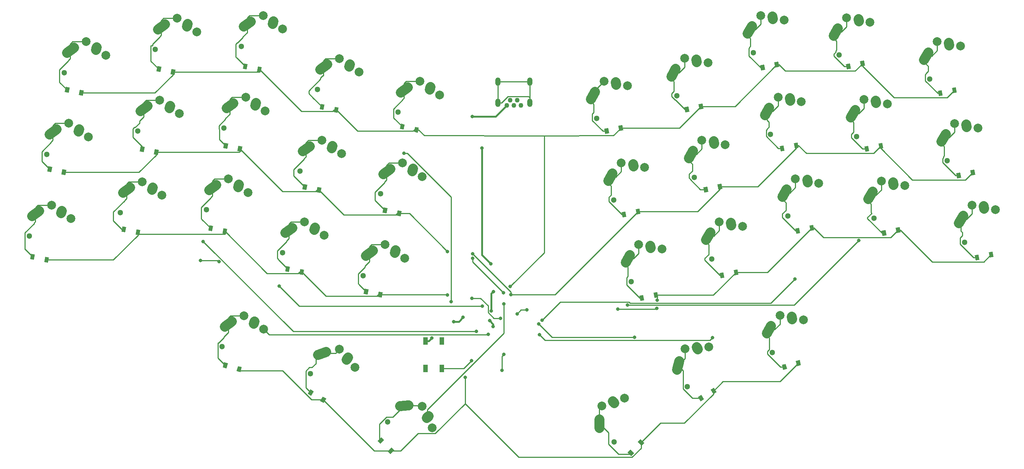
<source format=gbr>
G04 #@! TF.GenerationSoftware,KiCad,Pcbnew,5.1.5*
G04 #@! TF.CreationDate,2020-02-23T20:52:15-06:00*
G04 #@! TF.ProjectId,m'ergo,6d276572-676f-42e6-9b69-6361645f7063,rev?*
G04 #@! TF.SameCoordinates,Original*
G04 #@! TF.FileFunction,Copper,L2,Bot*
G04 #@! TF.FilePolarity,Positive*
%FSLAX46Y46*%
G04 Gerber Fmt 4.6, Leading zero omitted, Abs format (unit mm)*
G04 Created by KiCad (PCBNEW 5.1.5) date 2020-02-23 20:52:15*
%MOMM*%
%LPD*%
G04 APERTURE LIST*
%ADD10C,1.300000*%
%ADD11C,2.250000*%
%ADD12C,2.000000*%
%ADD13C,0.100000*%
%ADD14O,1.200000X1.900000*%
%ADD15C,1.100000*%
%ADD16R,1.100000X1.800000*%
%ADD17C,0.800000*%
%ADD18C,0.381000*%
%ADD19C,0.250000*%
G04 APERTURE END LIST*
D10*
X59252855Y-27002967D03*
D11*
X59836687Y-22447816D02*
X61421605Y-21292074D01*
X66427957Y-21788829D02*
X66587231Y-21229693D01*
D12*
X68710202Y-23050899D03*
X64256079Y-19957229D03*
D10*
X96256455Y-36166667D03*
D11*
X96840287Y-31611516D02*
X98425205Y-30455774D01*
X103431557Y-30952529D02*
X103590831Y-30393393D01*
D12*
X105713802Y-32214599D03*
X101259679Y-29120929D03*
D10*
X239836408Y-52399725D03*
D11*
X238517018Y-48000921D02*
X239494830Y-46300455D01*
X244270409Y-44717996D02*
X244188493Y-44142418D01*
D12*
X246868674Y-44942682D03*
X241541321Y-43928129D03*
D10*
X199587408Y-46413325D03*
D11*
X198268018Y-42014521D02*
X199245830Y-40314055D01*
X204021409Y-38731596D02*
X203939493Y-38156018D01*
D12*
X206619674Y-38956282D03*
X201292321Y-37941729D03*
D10*
X114625455Y-41369567D03*
D11*
X115209287Y-36814416D02*
X116794205Y-35658674D01*
X121800557Y-36155429D02*
X121959831Y-35596293D01*
D12*
X124082802Y-37417499D03*
X119628679Y-34323829D03*
G04 #@! TA.AperFunction,SMDPad,CuDef*
D13*
G36*
X209320363Y-67048497D02*
G01*
X209569857Y-68222274D01*
X208689525Y-68409395D01*
X208440031Y-67235618D01*
X209320363Y-67048497D01*
G37*
G04 #@! TD.AperFunction*
G04 #@! TA.AperFunction,SMDPad,CuDef*
G36*
X206092475Y-67734605D02*
G01*
X206341969Y-68908382D01*
X205461637Y-69095503D01*
X205212143Y-67921726D01*
X206092475Y-67734605D01*
G37*
G04 #@! TD.AperFunction*
D10*
X55292055Y-45636667D03*
D11*
X55875887Y-41081516D02*
X57460805Y-39925774D01*
X62467157Y-40422529D02*
X62626431Y-39863393D01*
D12*
X64749402Y-41684599D03*
X60295279Y-38590929D03*
D10*
X167810408Y-80043925D03*
D11*
X166491018Y-75645121D02*
X167468830Y-73944655D01*
X172244409Y-72362196D02*
X172162493Y-71786618D01*
D12*
X174842674Y-72586882D03*
X169515321Y-71572329D03*
D14*
X137366000Y-39230300D03*
X144666000Y-39230300D03*
D15*
X142616000Y-39830300D03*
X141816000Y-38630300D03*
X141016000Y-39830300D03*
X140216000Y-38630300D03*
X139416000Y-39830300D03*
D14*
X144666000Y-34410300D03*
X137366000Y-34410300D03*
D10*
X163904430Y-116580519D03*
D11*
X160562403Y-113430739D02*
X160558979Y-111469185D01*
X163903523Y-107710946D02*
X163544791Y-107253440D01*
D12*
X166266028Y-106606397D03*
X161145129Y-108391446D03*
D10*
X200014408Y-96236025D03*
D11*
X198695018Y-91837221D02*
X199672830Y-90136755D01*
X204448409Y-88554296D02*
X204366493Y-87978718D01*
D12*
X207046674Y-88778982D03*
X201719321Y-87764429D03*
D10*
X180629247Y-103993259D03*
D11*
X178216321Y-100085824D02*
X178720701Y-98190224D01*
X182923986Y-95425674D02*
X182695890Y-94890910D01*
D12*
X185491869Y-94970224D03*
X180083456Y-95369062D03*
D10*
X74533855Y-94831367D03*
D11*
X75117687Y-90276216D02*
X76702605Y-89120474D01*
X81708957Y-89617229D02*
X81868231Y-89058093D01*
D12*
X83991202Y-90879299D03*
X79537079Y-87785629D03*
D10*
X112297083Y-112055621D03*
D11*
X115080272Y-108402660D02*
X117030722Y-108194218D01*
X121117973Y-111127596D02*
X121535475Y-110723008D01*
D12*
X122463420Y-113361703D03*
X120152871Y-108455446D03*
D10*
X94619430Y-100989792D03*
D11*
X96362328Y-96740961D02*
X98192368Y-96034807D01*
X102899564Y-97810374D02*
X103198126Y-97311514D01*
D12*
X104777396Y-99620129D03*
X101275744Y-95479062D03*
D10*
X243797408Y-71033425D03*
D11*
X242478018Y-66634621D02*
X243455830Y-64934155D01*
X248231409Y-63351696D02*
X248149493Y-62776118D01*
D12*
X250829674Y-63576382D03*
X245502321Y-62561829D03*
D10*
X235875408Y-33766025D03*
D11*
X234556018Y-29367221D02*
X235533830Y-27666755D01*
X240309409Y-26084296D02*
X240227493Y-25508718D01*
D12*
X242907674Y-26308982D03*
X237580321Y-25294429D03*
D10*
X223162408Y-65577925D03*
D11*
X221843018Y-61179121D02*
X222820830Y-59478655D01*
X227596409Y-57896196D02*
X227514493Y-57320618D01*
D12*
X230194674Y-58120882D03*
X224867321Y-57106329D03*
D10*
X219201408Y-46944225D03*
D11*
X217882018Y-42545421D02*
X218859830Y-40844955D01*
X223635409Y-39262496D02*
X223553493Y-38686918D01*
D12*
X226233674Y-39487182D03*
X220906321Y-38472629D03*
D10*
X215240408Y-28310525D03*
D11*
X213921018Y-23911721D02*
X214898830Y-22211255D01*
X219674409Y-20628796D02*
X219592493Y-20053218D01*
D12*
X222272674Y-20853482D03*
X216945321Y-19838929D03*
D10*
X203547408Y-65047025D03*
D11*
X202228018Y-60648221D02*
X203205830Y-58947755D01*
X207981409Y-57365296D02*
X207899493Y-56789718D01*
D12*
X210579674Y-57589982D03*
X205252321Y-56575429D03*
D10*
X195626408Y-27779625D03*
D11*
X194307018Y-23380821D02*
X195284830Y-21680355D01*
X200060409Y-20097896D02*
X199978493Y-19522318D01*
D12*
X202658674Y-20322582D03*
X197331321Y-19308029D03*
D10*
X186179408Y-74841025D03*
D11*
X184860018Y-70442221D02*
X185837830Y-68741755D01*
X190613409Y-67159296D02*
X190531493Y-66583718D01*
D12*
X193211674Y-67383982D03*
X187884321Y-66369429D03*
D10*
X182219408Y-56207325D03*
D11*
X180900018Y-51808521D02*
X181877830Y-50108055D01*
X186653409Y-48525596D02*
X186571493Y-47950018D01*
D12*
X189251674Y-48750282D03*
X183924321Y-47735729D03*
D10*
X178258408Y-37573625D03*
D11*
X176939018Y-33174821D02*
X177916830Y-31474355D01*
X182692409Y-29891896D02*
X182610493Y-29316318D01*
D12*
X185290674Y-30116582D03*
X179963321Y-29102029D03*
D10*
X163849408Y-61410225D03*
D11*
X162530018Y-57011421D02*
X163507830Y-55310955D01*
X168283409Y-53728496D02*
X168201493Y-53152918D01*
D12*
X170881674Y-53953182D03*
X165554321Y-52938629D03*
D10*
X159888408Y-42776525D03*
D11*
X158569018Y-38377721D02*
X159546830Y-36677255D01*
X164322409Y-35094796D02*
X164240493Y-34519218D01*
D12*
X166920674Y-35319482D03*
X161593321Y-34304929D03*
D10*
X106704455Y-78637067D03*
D11*
X107288287Y-74081916D02*
X108873205Y-72926174D01*
X113879557Y-73422929D02*
X114038831Y-72863793D01*
D12*
X116161802Y-74684999D03*
X111707679Y-71591329D03*
D10*
X110665455Y-60003367D03*
D11*
X111249287Y-55448216D02*
X112834205Y-54292474D01*
X117840557Y-54789229D02*
X117999831Y-54230093D01*
D12*
X120122802Y-56051299D03*
X115668679Y-52957629D03*
D10*
X88334755Y-73434067D03*
D11*
X88918587Y-68878916D02*
X90503505Y-67723174D01*
X95509857Y-68219929D02*
X95669131Y-67660793D01*
D12*
X97792102Y-69481999D03*
X93337979Y-66388329D03*
D10*
X92295455Y-54800367D03*
D11*
X92879287Y-50245216D02*
X94464205Y-49089474D01*
X99470557Y-49586229D02*
X99629831Y-49027093D01*
D12*
X101752802Y-50848299D03*
X97298679Y-47754629D03*
D10*
X70942055Y-63634767D03*
D11*
X71525887Y-59079616D02*
X73110805Y-57923874D01*
X78117157Y-58420629D02*
X78276431Y-57861493D01*
D12*
X80399402Y-59682699D03*
X75945279Y-56589029D03*
D10*
X74902755Y-45001067D03*
D11*
X75486587Y-40445916D02*
X77071505Y-39290174D01*
X82077857Y-39786929D02*
X82237131Y-39227793D01*
D12*
X84360102Y-41048999D03*
X79905979Y-37955329D03*
D10*
X78863455Y-26367367D03*
D11*
X79447287Y-21812216D02*
X81032205Y-20656474D01*
X86038557Y-21153229D02*
X86197831Y-20594093D01*
D12*
X88320802Y-22415299D03*
X83866679Y-19321629D03*
D10*
X51331355Y-64270367D03*
D11*
X51915187Y-59715216D02*
X53500105Y-58559474D01*
X58506457Y-59056229D02*
X58665731Y-58497093D01*
D12*
X60788702Y-60318299D03*
X56334579Y-57224629D03*
D10*
X30593055Y-69600167D03*
D11*
X31176887Y-65045016D02*
X32761805Y-63889274D01*
X37768157Y-64386029D02*
X37927431Y-63826893D01*
D12*
X40050402Y-65648099D03*
X35596279Y-62554429D03*
D10*
X34553755Y-50966367D03*
D11*
X35137587Y-46411216D02*
X36722505Y-45255474D01*
X41728857Y-45752229D02*
X41888131Y-45193093D01*
D12*
X44011102Y-47014299D03*
X39556979Y-43920629D03*
D10*
X38514555Y-32332667D03*
D11*
X39098387Y-27777516D02*
X40683305Y-26621774D01*
X45689657Y-27118529D02*
X45848931Y-26559393D01*
D12*
X47971902Y-28380599D03*
X43517779Y-25286929D03*
G04 #@! TA.AperFunction,SMDPad,CuDef*
D13*
G36*
X169946660Y-115970812D02*
G01*
X170795188Y-116819340D01*
X170158792Y-117455736D01*
X169310264Y-116607208D01*
X169946660Y-115970812D01*
G37*
G04 #@! TD.AperFunction*
G04 #@! TA.AperFunction,SMDPad,CuDef*
G36*
X167613208Y-118304264D02*
G01*
X168461736Y-119152792D01*
X167825340Y-119789188D01*
X166976812Y-118940660D01*
X167613208Y-118304264D01*
G37*
G04 #@! TD.AperFunction*
G04 #@! TA.AperFunction,SMDPad,CuDef*
G36*
X206216153Y-97936925D02*
G01*
X206526736Y-99096036D01*
X205657403Y-99328973D01*
X205346820Y-98169862D01*
X206216153Y-97936925D01*
G37*
G04 #@! TD.AperFunction*
G04 #@! TA.AperFunction,SMDPad,CuDef*
G36*
X203028597Y-98791027D02*
G01*
X203339180Y-99950138D01*
X202469847Y-100183075D01*
X202159264Y-99023964D01*
X203028597Y-98791027D01*
G37*
G04 #@! TD.AperFunction*
G04 #@! TA.AperFunction,SMDPad,CuDef*
G36*
X186684653Y-104221385D02*
G01*
X187284653Y-105260615D01*
X186505231Y-105710615D01*
X185905231Y-104671385D01*
X186684653Y-104221385D01*
G37*
G04 #@! TD.AperFunction*
G04 #@! TA.AperFunction,SMDPad,CuDef*
G36*
X183826769Y-105871385D02*
G01*
X184426769Y-106910615D01*
X183647347Y-107360615D01*
X183047347Y-106321385D01*
X183826769Y-105871385D01*
G37*
G04 #@! TD.AperFunction*
D16*
X120895500Y-99810500D03*
X124595500Y-93610500D03*
X124595500Y-99810500D03*
X120895500Y-93610500D03*
G04 #@! TA.AperFunction,SMDPad,CuDef*
D13*
G36*
X75831180Y-98677862D02*
G01*
X75520597Y-99836973D01*
X74651264Y-99604036D01*
X74961847Y-98444925D01*
X75831180Y-98677862D01*
G37*
G04 #@! TD.AperFunction*
G04 #@! TA.AperFunction,SMDPad,CuDef*
G36*
X79018736Y-99531964D02*
G01*
X78708153Y-100691075D01*
X77838820Y-100458138D01*
X78149403Y-99299027D01*
X79018736Y-99531964D01*
G37*
G04 #@! TD.AperFunction*
G04 #@! TA.AperFunction,SMDPad,CuDef*
G36*
X113772188Y-118511660D02*
G01*
X112923660Y-119360188D01*
X112287264Y-118723792D01*
X113135792Y-117875264D01*
X113772188Y-118511660D01*
G37*
G04 #@! TD.AperFunction*
G04 #@! TA.AperFunction,SMDPad,CuDef*
G36*
X111438736Y-116178208D02*
G01*
X110590208Y-117026736D01*
X109953812Y-116390340D01*
X110802340Y-115541812D01*
X111438736Y-116178208D01*
G37*
G04 #@! TD.AperFunction*
G04 #@! TA.AperFunction,SMDPad,CuDef*
G36*
X98257653Y-106702385D02*
G01*
X97657653Y-107741615D01*
X96878231Y-107291615D01*
X97478231Y-106252385D01*
X98257653Y-106702385D01*
G37*
G04 #@! TD.AperFunction*
G04 #@! TA.AperFunction,SMDPad,CuDef*
G36*
X95399769Y-105052385D02*
G01*
X94799769Y-106091615D01*
X94020347Y-105641615D01*
X94620347Y-104602385D01*
X95399769Y-105052385D01*
G37*
G04 #@! TD.AperFunction*
G04 #@! TA.AperFunction,SMDPad,CuDef*
G36*
X250214363Y-73144497D02*
G01*
X250463857Y-74318274D01*
X249583525Y-74505395D01*
X249334031Y-73331618D01*
X250214363Y-73144497D01*
G37*
G04 #@! TD.AperFunction*
G04 #@! TA.AperFunction,SMDPad,CuDef*
G36*
X246986475Y-73830605D02*
G01*
X247235969Y-75004382D01*
X246355637Y-75191503D01*
X246106143Y-74017726D01*
X246986475Y-73830605D01*
G37*
G04 #@! TD.AperFunction*
G04 #@! TA.AperFunction,SMDPad,CuDef*
G36*
X246023363Y-54475497D02*
G01*
X246272857Y-55649274D01*
X245392525Y-55836395D01*
X245143031Y-54662618D01*
X246023363Y-54475497D01*
G37*
G04 #@! TD.AperFunction*
G04 #@! TA.AperFunction,SMDPad,CuDef*
G36*
X242795475Y-55161605D02*
G01*
X243044969Y-56335382D01*
X242164637Y-56522503D01*
X241915143Y-55348726D01*
X242795475Y-55161605D01*
G37*
G04 #@! TD.AperFunction*
G04 #@! TA.AperFunction,SMDPad,CuDef*
G36*
X241832363Y-35679497D02*
G01*
X242081857Y-36853274D01*
X241201525Y-37040395D01*
X240952031Y-35866618D01*
X241832363Y-35679497D01*
G37*
G04 #@! TD.AperFunction*
G04 #@! TA.AperFunction,SMDPad,CuDef*
G36*
X238604475Y-36365605D02*
G01*
X238853969Y-37539382D01*
X237973637Y-37726503D01*
X237724143Y-36552726D01*
X238604475Y-36365605D01*
G37*
G04 #@! TD.AperFunction*
G04 #@! TA.AperFunction,SMDPad,CuDef*
G36*
X229005363Y-67556497D02*
G01*
X229254857Y-68730274D01*
X228374525Y-68917395D01*
X228125031Y-67743618D01*
X229005363Y-67556497D01*
G37*
G04 #@! TD.AperFunction*
G04 #@! TA.AperFunction,SMDPad,CuDef*
G36*
X225777475Y-68242605D02*
G01*
X226026969Y-69416382D01*
X225146637Y-69603503D01*
X224897143Y-68429726D01*
X225777475Y-68242605D01*
G37*
G04 #@! TD.AperFunction*
G04 #@! TA.AperFunction,SMDPad,CuDef*
G36*
X225068363Y-48379497D02*
G01*
X225317857Y-49553274D01*
X224437525Y-49740395D01*
X224188031Y-48566618D01*
X225068363Y-48379497D01*
G37*
G04 #@! TD.AperFunction*
G04 #@! TA.AperFunction,SMDPad,CuDef*
G36*
X221840475Y-49065605D02*
G01*
X222089969Y-50239382D01*
X221209637Y-50426503D01*
X220960143Y-49252726D01*
X221840475Y-49065605D01*
G37*
G04 #@! TD.AperFunction*
G04 #@! TA.AperFunction,SMDPad,CuDef*
G36*
X220877363Y-29583497D02*
G01*
X221126857Y-30757274D01*
X220246525Y-30944395D01*
X219997031Y-29770618D01*
X220877363Y-29583497D01*
G37*
G04 #@! TD.AperFunction*
G04 #@! TA.AperFunction,SMDPad,CuDef*
G36*
X217649475Y-30269605D02*
G01*
X217898969Y-31443382D01*
X217018637Y-31630503D01*
X216769143Y-30456726D01*
X217649475Y-30269605D01*
G37*
G04 #@! TD.AperFunction*
G04 #@! TA.AperFunction,SMDPad,CuDef*
G36*
X205764363Y-48252497D02*
G01*
X206013857Y-49426274D01*
X205133525Y-49613395D01*
X204884031Y-48439618D01*
X205764363Y-48252497D01*
G37*
G04 #@! TD.AperFunction*
G04 #@! TA.AperFunction,SMDPad,CuDef*
G36*
X202536475Y-48938605D02*
G01*
X202785969Y-50112382D01*
X201905637Y-50299503D01*
X201656143Y-49125726D01*
X202536475Y-48938605D01*
G37*
G04 #@! TD.AperFunction*
G04 #@! TA.AperFunction,SMDPad,CuDef*
G36*
X201319363Y-29837497D02*
G01*
X201568857Y-31011274D01*
X200688525Y-31198395D01*
X200439031Y-30024618D01*
X201319363Y-29837497D01*
G37*
G04 #@! TD.AperFunction*
G04 #@! TA.AperFunction,SMDPad,CuDef*
G36*
X198091475Y-30523605D02*
G01*
X198340969Y-31697382D01*
X197460637Y-31884503D01*
X197211143Y-30710726D01*
X198091475Y-30523605D01*
G37*
G04 #@! TD.AperFunction*
G04 #@! TA.AperFunction,SMDPad,CuDef*
G36*
X188820475Y-77894605D02*
G01*
X189069969Y-79068382D01*
X188189637Y-79255503D01*
X187940143Y-78081726D01*
X188820475Y-77894605D01*
G37*
G04 #@! TD.AperFunction*
G04 #@! TA.AperFunction,SMDPad,CuDef*
G36*
X192048363Y-77208497D02*
G01*
X192297857Y-78382274D01*
X191417525Y-78569395D01*
X191168031Y-77395618D01*
X192048363Y-77208497D01*
G37*
G04 #@! TD.AperFunction*
G04 #@! TA.AperFunction,SMDPad,CuDef*
G36*
X188365363Y-57650497D02*
G01*
X188614857Y-58824274D01*
X187734525Y-59011395D01*
X187485031Y-57837618D01*
X188365363Y-57650497D01*
G37*
G04 #@! TD.AperFunction*
G04 #@! TA.AperFunction,SMDPad,CuDef*
G36*
X185137475Y-58336605D02*
G01*
X185386969Y-59510382D01*
X184506637Y-59697503D01*
X184257143Y-58523726D01*
X185137475Y-58336605D01*
G37*
G04 #@! TD.AperFunction*
G04 #@! TA.AperFunction,SMDPad,CuDef*
G36*
X184047363Y-39362497D02*
G01*
X184296857Y-40536274D01*
X183416525Y-40723395D01*
X183167031Y-39549618D01*
X184047363Y-39362497D01*
G37*
G04 #@! TD.AperFunction*
G04 #@! TA.AperFunction,SMDPad,CuDef*
G36*
X180819475Y-40048605D02*
G01*
X181068969Y-41222382D01*
X180188637Y-41409503D01*
X179939143Y-40235726D01*
X180819475Y-40048605D01*
G37*
G04 #@! TD.AperFunction*
G04 #@! TA.AperFunction,SMDPad,CuDef*
G36*
X170532475Y-83101605D02*
G01*
X170781969Y-84275382D01*
X169901637Y-84462503D01*
X169652143Y-83288726D01*
X170532475Y-83101605D01*
G37*
G04 #@! TD.AperFunction*
G04 #@! TA.AperFunction,SMDPad,CuDef*
G36*
X173760363Y-82415497D02*
G01*
X174009857Y-83589274D01*
X173129525Y-83776395D01*
X172880031Y-82602618D01*
X173760363Y-82415497D01*
G37*
G04 #@! TD.AperFunction*
G04 #@! TA.AperFunction,SMDPad,CuDef*
G36*
X169696363Y-63365497D02*
G01*
X169945857Y-64539274D01*
X169065525Y-64726395D01*
X168816031Y-63552618D01*
X169696363Y-63365497D01*
G37*
G04 #@! TD.AperFunction*
G04 #@! TA.AperFunction,SMDPad,CuDef*
G36*
X166468475Y-64051605D02*
G01*
X166717969Y-65225382D01*
X165837637Y-65412503D01*
X165588143Y-64238726D01*
X166468475Y-64051605D01*
G37*
G04 #@! TD.AperFunction*
G04 #@! TA.AperFunction,SMDPad,CuDef*
G36*
X165759363Y-44315497D02*
G01*
X166008857Y-45489274D01*
X165128525Y-45676395D01*
X164879031Y-44502618D01*
X165759363Y-44315497D01*
G37*
G04 #@! TD.AperFunction*
G04 #@! TA.AperFunction,SMDPad,CuDef*
G36*
X162531475Y-45001605D02*
G01*
X162780969Y-46175382D01*
X161900637Y-46362503D01*
X161651143Y-45188726D01*
X162531475Y-45001605D01*
G37*
G04 #@! TD.AperFunction*
G04 #@! TA.AperFunction,SMDPad,CuDef*
G36*
X111144857Y-82526726D02*
G01*
X110895363Y-83700503D01*
X110015031Y-83513382D01*
X110264525Y-82339605D01*
X111144857Y-82526726D01*
G37*
G04 #@! TD.AperFunction*
G04 #@! TA.AperFunction,SMDPad,CuDef*
G36*
X107916969Y-81840618D02*
G01*
X107667475Y-83014395D01*
X106787143Y-82827274D01*
X107036637Y-81653497D01*
X107916969Y-81840618D01*
G37*
G04 #@! TD.AperFunction*
G04 #@! TA.AperFunction,SMDPad,CuDef*
G36*
X115462857Y-63984726D02*
G01*
X115213363Y-65158503D01*
X114333031Y-64971382D01*
X114582525Y-63797605D01*
X115462857Y-63984726D01*
G37*
G04 #@! TD.AperFunction*
G04 #@! TA.AperFunction,SMDPad,CuDef*
G36*
X112234969Y-63298618D02*
G01*
X111985475Y-64472395D01*
X111105143Y-64285274D01*
X111354637Y-63111497D01*
X112234969Y-63298618D01*
G37*
G04 #@! TD.AperFunction*
G04 #@! TA.AperFunction,SMDPad,CuDef*
G36*
X119399857Y-44871226D02*
G01*
X119150363Y-46045003D01*
X118270031Y-45857882D01*
X118519525Y-44684105D01*
X119399857Y-44871226D01*
G37*
G04 #@! TD.AperFunction*
G04 #@! TA.AperFunction,SMDPad,CuDef*
G36*
X116171969Y-44185118D02*
G01*
X115922475Y-45358895D01*
X115042143Y-45171774D01*
X115291637Y-43997997D01*
X116171969Y-44185118D01*
G37*
G04 #@! TD.AperFunction*
G04 #@! TA.AperFunction,SMDPad,CuDef*
G36*
X93237857Y-77319726D02*
G01*
X92988363Y-78493503D01*
X92108031Y-78306382D01*
X92357525Y-77132605D01*
X93237857Y-77319726D01*
G37*
G04 #@! TD.AperFunction*
G04 #@! TA.AperFunction,SMDPad,CuDef*
G36*
X90009969Y-76633618D02*
G01*
X89760475Y-77807395D01*
X88880143Y-77620274D01*
X89129637Y-76446497D01*
X90009969Y-76633618D01*
G37*
G04 #@! TD.AperFunction*
G04 #@! TA.AperFunction,SMDPad,CuDef*
G36*
X97174857Y-58650726D02*
G01*
X96925363Y-59824503D01*
X96045031Y-59637382D01*
X96294525Y-58463605D01*
X97174857Y-58650726D01*
G37*
G04 #@! TD.AperFunction*
G04 #@! TA.AperFunction,SMDPad,CuDef*
G36*
X93946969Y-57964618D02*
G01*
X93697475Y-59138395D01*
X92817143Y-58951274D01*
X93066637Y-57777497D01*
X93946969Y-57964618D01*
G37*
G04 #@! TD.AperFunction*
G04 #@! TA.AperFunction,SMDPad,CuDef*
G36*
X101111857Y-40362726D02*
G01*
X100862363Y-41536503D01*
X99982031Y-41349382D01*
X100231525Y-40175605D01*
X101111857Y-40362726D01*
G37*
G04 #@! TD.AperFunction*
G04 #@! TA.AperFunction,SMDPad,CuDef*
G36*
X97883969Y-39676618D02*
G01*
X97634475Y-40850395D01*
X96754143Y-40663274D01*
X97003637Y-39489497D01*
X97883969Y-39676618D01*
G37*
G04 #@! TD.AperFunction*
G04 #@! TA.AperFunction,SMDPad,CuDef*
G36*
X75711857Y-68048726D02*
G01*
X75462363Y-69222503D01*
X74582031Y-69035382D01*
X74831525Y-67861605D01*
X75711857Y-68048726D01*
G37*
G04 #@! TD.AperFunction*
G04 #@! TA.AperFunction,SMDPad,CuDef*
G36*
X72483969Y-67362618D02*
G01*
X72234475Y-68536395D01*
X71354143Y-68349274D01*
X71603637Y-67175497D01*
X72483969Y-67362618D01*
G37*
G04 #@! TD.AperFunction*
G04 #@! TA.AperFunction,SMDPad,CuDef*
G36*
X79140857Y-49252726D02*
G01*
X78891363Y-50426503D01*
X78011031Y-50239382D01*
X78260525Y-49065605D01*
X79140857Y-49252726D01*
G37*
G04 #@! TD.AperFunction*
G04 #@! TA.AperFunction,SMDPad,CuDef*
G36*
X75912969Y-48566618D02*
G01*
X75663475Y-49740395D01*
X74783143Y-49553274D01*
X75032637Y-48379497D01*
X75912969Y-48566618D01*
G37*
G04 #@! TD.AperFunction*
G04 #@! TA.AperFunction,SMDPad,CuDef*
G36*
X83585857Y-31091726D02*
G01*
X83336363Y-32265503D01*
X82456031Y-32078382D01*
X82705525Y-30904605D01*
X83585857Y-31091726D01*
G37*
G04 #@! TD.AperFunction*
G04 #@! TA.AperFunction,SMDPad,CuDef*
G36*
X80357969Y-30405618D02*
G01*
X80108475Y-31579395D01*
X79228143Y-31392274D01*
X79477637Y-30218497D01*
X80357969Y-30405618D01*
G37*
G04 #@! TD.AperFunction*
G04 #@! TA.AperFunction,SMDPad,CuDef*
G36*
X55899857Y-68302726D02*
G01*
X55650363Y-69476503D01*
X54770031Y-69289382D01*
X55019525Y-68115605D01*
X55899857Y-68302726D01*
G37*
G04 #@! TD.AperFunction*
G04 #@! TA.AperFunction,SMDPad,CuDef*
G36*
X52671969Y-67616618D02*
G01*
X52422475Y-68790395D01*
X51542143Y-68603274D01*
X51791637Y-67429497D01*
X52671969Y-67616618D01*
G37*
G04 #@! TD.AperFunction*
G04 #@! TA.AperFunction,SMDPad,CuDef*
G36*
X35071857Y-74525726D02*
G01*
X34822363Y-75699503D01*
X33942031Y-75512382D01*
X34191525Y-74338605D01*
X35071857Y-74525726D01*
G37*
G04 #@! TD.AperFunction*
G04 #@! TA.AperFunction,SMDPad,CuDef*
G36*
X31843969Y-73839618D02*
G01*
X31594475Y-75013395D01*
X30714143Y-74826274D01*
X30963637Y-73652497D01*
X31843969Y-73839618D01*
G37*
G04 #@! TD.AperFunction*
G04 #@! TA.AperFunction,SMDPad,CuDef*
G36*
X60090857Y-50014726D02*
G01*
X59841363Y-51188503D01*
X58961031Y-51001382D01*
X59210525Y-49827605D01*
X60090857Y-50014726D01*
G37*
G04 #@! TD.AperFunction*
G04 #@! TA.AperFunction,SMDPad,CuDef*
G36*
X56862969Y-49328618D02*
G01*
X56613475Y-50502395D01*
X55733143Y-50315274D01*
X55982637Y-49141497D01*
X56862969Y-49328618D01*
G37*
G04 #@! TD.AperFunction*
G04 #@! TA.AperFunction,SMDPad,CuDef*
G36*
X63900857Y-31726726D02*
G01*
X63651363Y-32900503D01*
X62771031Y-32713382D01*
X63020525Y-31539605D01*
X63900857Y-31726726D01*
G37*
G04 #@! TD.AperFunction*
G04 #@! TA.AperFunction,SMDPad,CuDef*
G36*
X60672969Y-31040618D02*
G01*
X60423475Y-32214395D01*
X59543143Y-32027274D01*
X59792637Y-30853497D01*
X60672969Y-31040618D01*
G37*
G04 #@! TD.AperFunction*
G04 #@! TA.AperFunction,SMDPad,CuDef*
G36*
X39008857Y-54586726D02*
G01*
X38759363Y-55760503D01*
X37879031Y-55573382D01*
X38128525Y-54399605D01*
X39008857Y-54586726D01*
G37*
G04 #@! TD.AperFunction*
G04 #@! TA.AperFunction,SMDPad,CuDef*
G36*
X35780969Y-53900618D02*
G01*
X35531475Y-55074395D01*
X34651143Y-54887274D01*
X34900637Y-53713497D01*
X35780969Y-53900618D01*
G37*
G04 #@! TD.AperFunction*
G04 #@! TA.AperFunction,SMDPad,CuDef*
G36*
X42982913Y-36463672D02*
G01*
X42733419Y-37637449D01*
X41853087Y-37450328D01*
X42102581Y-36276551D01*
X42982913Y-36463672D01*
G37*
G04 #@! TD.AperFunction*
G04 #@! TA.AperFunction,SMDPad,CuDef*
G36*
X39755025Y-35777564D02*
G01*
X39505531Y-36951341D01*
X38625199Y-36764220D01*
X38874693Y-35590443D01*
X39755025Y-35777564D01*
G37*
G04 #@! TD.AperFunction*
D17*
X135925000Y-86741000D03*
X136373000Y-82321000D03*
X122364500Y-92900500D03*
X127312502Y-89158998D03*
X129476500Y-88201500D03*
X136342468Y-90304968D03*
X135510282Y-88901282D03*
X138366500Y-100266500D03*
X138763500Y-96656314D03*
X133794500Y-49530000D03*
X135826500Y-76009500D03*
X70217055Y-70866000D03*
X132524500Y-91376500D03*
X125920500Y-73152000D03*
X131622989Y-73675998D03*
X140372999Y-82985024D03*
X125857000Y-83058000D03*
X131445000Y-83820000D03*
X138022500Y-88392000D03*
X141795500Y-87376000D03*
X144018000Y-86487000D03*
X164782500Y-86296500D03*
X173672500Y-86132500D03*
X173736000Y-84232490D03*
X131572000Y-42354500D03*
X69596000Y-75184000D03*
X73807125Y-75481375D03*
X87503000Y-81026000D03*
X133873000Y-85650498D03*
X135191500Y-92075000D03*
X131622989Y-74739500D03*
X138684000Y-82613500D03*
X138747500Y-85125000D03*
X168535408Y-92710000D03*
X146748500Y-89725500D03*
X166941500Y-85407500D03*
X219710000Y-70675500D03*
X131373764Y-98041662D03*
X129921000Y-101854000D03*
X205132451Y-79438500D03*
X147447000Y-88850500D03*
X116014500Y-50736500D03*
X126746000Y-84582000D03*
X186309000Y-92837000D03*
X146878205Y-92135656D03*
X140223873Y-81118000D03*
D18*
X135925000Y-82769000D02*
X136373000Y-82321000D01*
X135925000Y-86741000D02*
X135925000Y-82769000D01*
X120895500Y-93610500D02*
X121654500Y-93610500D01*
X121654500Y-93610500D02*
X122364500Y-92900500D01*
X127312502Y-89158998D02*
X128519002Y-89158998D01*
X128519002Y-89158998D02*
X129476500Y-88201500D01*
X136342468Y-90304968D02*
X136342468Y-89733468D01*
X136342468Y-89733468D02*
X135510282Y-88901282D01*
D19*
X138366500Y-100266500D02*
X138366500Y-97053314D01*
X138366500Y-97053314D02*
X138763500Y-96656314D01*
D18*
X133794500Y-49530000D02*
X133794500Y-73977500D01*
X133794500Y-73977500D02*
X135826500Y-76009500D01*
D19*
X70217055Y-70866000D02*
X90727555Y-91376500D01*
X90727555Y-91376500D02*
X132524500Y-91376500D01*
X40411218Y-25286929D02*
X42103566Y-25286929D01*
X39890846Y-25807301D02*
X40411218Y-25286929D01*
X42103566Y-25286929D02*
X43517779Y-25286929D01*
X39890846Y-27199645D02*
X39890846Y-25807301D01*
X37539554Y-34620334D02*
X39190112Y-36270892D01*
X37401500Y-34482280D02*
X37539554Y-34620334D01*
X39890846Y-29149204D02*
X39433500Y-29606550D01*
X39890846Y-27199645D02*
X39890846Y-29149204D01*
X37401500Y-31699807D02*
X37401500Y-34482280D01*
X39433500Y-29606550D02*
X39433500Y-29667807D01*
X39433500Y-29667807D02*
X37401500Y-31699807D01*
X59525944Y-51121458D02*
X59525944Y-50508054D01*
X55567348Y-55080054D02*
X59525944Y-51121458D01*
X38443944Y-55080054D02*
X55567348Y-55080054D01*
X78575944Y-50359458D02*
X78575944Y-49746054D01*
X78427348Y-50508054D02*
X78575944Y-50359458D01*
X59525944Y-50508054D02*
X78427348Y-50508054D01*
X95830541Y-59463405D02*
X96149892Y-59144054D01*
X96149892Y-59144054D02*
X96609944Y-59144054D01*
X88293295Y-59463405D02*
X95830541Y-59463405D01*
X78575944Y-49746054D02*
X88293295Y-59463405D01*
X114437892Y-64478054D02*
X114897944Y-64478054D01*
X102263295Y-64797405D02*
X114118541Y-64797405D01*
X114118541Y-64797405D02*
X114437892Y-64478054D01*
X96609944Y-59144054D02*
X102263295Y-64797405D01*
X114897944Y-64478054D02*
X117246554Y-64478054D01*
X117246554Y-64478054D02*
X125920500Y-73152000D01*
X131622989Y-73675998D02*
X140372999Y-82426008D01*
X140372999Y-82426008D02*
X140372999Y-82985024D01*
X224752944Y-49673350D02*
X224752944Y-49059946D01*
X231927107Y-56847513D02*
X224752944Y-49673350D01*
X244016377Y-56847513D02*
X231927107Y-56847513D01*
X245707944Y-55155946D02*
X244016377Y-56847513D01*
X224373537Y-49439353D02*
X224752944Y-49059946D01*
X223061377Y-50751513D02*
X224373537Y-49439353D01*
X207727563Y-50751513D02*
X223061377Y-50751513D01*
X205908996Y-48932946D02*
X207727563Y-50751513D01*
X205448944Y-48932946D02*
X205908996Y-48932946D01*
X188509996Y-58330946D02*
X188049944Y-58330946D01*
X196664348Y-58330946D02*
X188509996Y-58330946D01*
X205448944Y-49546350D02*
X196664348Y-58330946D01*
X205448944Y-48932946D02*
X205448944Y-49546350D01*
X169840996Y-64045946D02*
X169380944Y-64045946D01*
X182948348Y-64045946D02*
X169840996Y-64045946D01*
X188049944Y-58944350D02*
X182948348Y-64045946D01*
X188049944Y-58330946D02*
X188049944Y-58944350D01*
X150441866Y-82985024D02*
X169380944Y-64045946D01*
X140372999Y-82985024D02*
X150441866Y-82985024D01*
X38142766Y-43920629D02*
X39556979Y-43920629D01*
X35930046Y-44441001D02*
X36450418Y-43920629D01*
X36450418Y-43920629D02*
X38142766Y-43920629D01*
X35930046Y-45833345D02*
X35930046Y-44441001D01*
X33578754Y-52756644D02*
X35216056Y-54393946D01*
X33401000Y-52578890D02*
X33578754Y-52756644D01*
X35930046Y-47782904D02*
X35560000Y-48152950D01*
X35930046Y-45833345D02*
X35930046Y-47782904D01*
X33401000Y-50373207D02*
X33401000Y-52578890D01*
X35560000Y-48152950D02*
X35560000Y-48214207D01*
X35560000Y-48214207D02*
X33401000Y-50373207D01*
X60629146Y-23262289D02*
X60629146Y-21869945D01*
X60629146Y-23819504D02*
X60629146Y-23262289D01*
X58277854Y-29703744D02*
X58277854Y-26170796D01*
X60108056Y-31533946D02*
X58277854Y-29703744D01*
X62841866Y-19957229D02*
X64256079Y-19957229D01*
X61149518Y-19957229D02*
X62841866Y-19957229D01*
X60629146Y-20477601D02*
X61149518Y-19957229D01*
X60629146Y-21869945D02*
X60629146Y-20477601D01*
X58277854Y-26170796D02*
X58665204Y-26170796D01*
X58665204Y-25844703D02*
X60388500Y-24121407D01*
X58665204Y-26170796D02*
X58665204Y-25844703D01*
X60388500Y-24060150D02*
X60629146Y-23819504D01*
X60388500Y-24121407D02*
X60388500Y-24060150D01*
X58881066Y-38590929D02*
X60295279Y-38590929D01*
X56668346Y-39111301D02*
X57188718Y-38590929D01*
X57188718Y-38590929D02*
X58881066Y-38590929D01*
X56668346Y-40503645D02*
X56668346Y-39111301D01*
X56298056Y-49208542D02*
X56298056Y-49821946D01*
X54165500Y-45148500D02*
X54165500Y-47075986D01*
X54675450Y-44829050D02*
X54484950Y-44829050D01*
X56668346Y-42453204D02*
X56606796Y-42453204D01*
X54484950Y-44829050D02*
X54165500Y-45148500D01*
X56668346Y-40503645D02*
X56668346Y-42453204D01*
X54165500Y-47075986D02*
X56298056Y-49208542D01*
X56606796Y-42453204D02*
X55666929Y-43393071D01*
X55666929Y-43837571D02*
X54675450Y-44829050D01*
X55666929Y-43393071D02*
X55666929Y-43837571D01*
X55334944Y-69409458D02*
X55334944Y-68796054D01*
X49725348Y-75019054D02*
X55334944Y-69409458D01*
X34506944Y-75019054D02*
X49725348Y-75019054D01*
X75126941Y-69175461D02*
X75146944Y-69155458D01*
X75146944Y-69155458D02*
X75146944Y-68542054D01*
X55714351Y-69175461D02*
X75126941Y-69175461D01*
X55334944Y-68796054D02*
X55714351Y-69175461D01*
X92212892Y-77813054D02*
X92672944Y-77813054D01*
X91893541Y-78132405D02*
X92212892Y-77813054D01*
X84737295Y-78132405D02*
X91893541Y-78132405D01*
X75146944Y-68542054D02*
X84737295Y-78132405D01*
X110119892Y-83020054D02*
X110579944Y-83020054D01*
X109800541Y-83339405D02*
X110119892Y-83020054D01*
X98199295Y-83339405D02*
X109800541Y-83339405D01*
X92672944Y-77813054D02*
X98199295Y-83339405D01*
X110579944Y-83020054D02*
X125450446Y-83020054D01*
X186525944Y-83095946D02*
X191732944Y-77888946D01*
X173444944Y-83095946D02*
X186525944Y-83095946D01*
X198844944Y-77888946D02*
X209004944Y-67728946D01*
X191732944Y-77888946D02*
X198844944Y-77888946D01*
X228310537Y-68616353D02*
X228689944Y-68236946D01*
X226998377Y-69928513D02*
X228310537Y-68616353D01*
X211664563Y-69928513D02*
X226998377Y-69928513D01*
X209464996Y-67728946D02*
X211664563Y-69928513D01*
X209004944Y-67728946D02*
X209464996Y-67728946D01*
X248207377Y-75516513D02*
X249519537Y-74204353D01*
X249519537Y-74204353D02*
X249898944Y-73824946D01*
X236429563Y-75516513D02*
X248207377Y-75516513D01*
X229149996Y-68236946D02*
X236429563Y-75516513D01*
X228689944Y-68236946D02*
X229149996Y-68236946D01*
X125450446Y-83020054D02*
X125819054Y-83020054D01*
X125819054Y-83020054D02*
X125857000Y-83058000D01*
X133450500Y-83820000D02*
X135199999Y-85569499D01*
X131445000Y-83820000D02*
X133450500Y-83820000D01*
X135199999Y-85569499D02*
X135199999Y-87089001D01*
X135199999Y-87089001D02*
X136502998Y-88392000D01*
X136502998Y-88392000D02*
X138022500Y-88392000D01*
X141795500Y-87376000D02*
X142684500Y-86487000D01*
X142684500Y-86487000D02*
X144018000Y-86487000D01*
X164782500Y-86296500D02*
X173508500Y-86296500D01*
X173508500Y-86296500D02*
X173672500Y-86132500D01*
X173736000Y-83387002D02*
X173444944Y-83095946D01*
X173736000Y-84232490D02*
X173736000Y-83387002D01*
X34182066Y-62554429D02*
X35596279Y-62554429D01*
X32489718Y-62554429D02*
X34182066Y-62554429D01*
X31969346Y-63074801D02*
X32489718Y-62554429D01*
X31969346Y-64467145D02*
X31969346Y-63074801D01*
X31940500Y-66357500D02*
X31969346Y-64467145D01*
X31623000Y-66675000D02*
X31940500Y-66357500D01*
X29618054Y-72671944D02*
X29555444Y-72671944D01*
X29555444Y-72671944D02*
X29555444Y-68891863D01*
X31279056Y-74332946D02*
X29618054Y-72671944D01*
X29555444Y-68891863D02*
X31623000Y-66824307D01*
X31623000Y-66824307D02*
X31623000Y-66675000D01*
X54920366Y-57224629D02*
X56334579Y-57224629D01*
X52707646Y-57745001D02*
X53228018Y-57224629D01*
X53228018Y-57224629D02*
X54920366Y-57224629D01*
X52707646Y-59137345D02*
X52707646Y-57745001D01*
X49720500Y-66183442D02*
X51647004Y-68109946D01*
X52707646Y-61086904D02*
X52324000Y-61470550D01*
X52707646Y-59137345D02*
X52707646Y-61086904D01*
X52324000Y-61470550D02*
X52324000Y-61531807D01*
X49720500Y-64135307D02*
X49720500Y-66183442D01*
X51647004Y-68109946D02*
X52107056Y-68109946D01*
X52324000Y-61531807D02*
X49720500Y-64135307D01*
X82452466Y-19321629D02*
X83866679Y-19321629D01*
X80760118Y-19321629D02*
X82452466Y-19321629D01*
X80239746Y-19842001D02*
X80760118Y-19321629D01*
X80239746Y-21234345D02*
X80239746Y-19842001D01*
X77888454Y-28994344D02*
X79793056Y-30898946D01*
X77660500Y-28766390D02*
X77888454Y-28994344D01*
X77660500Y-25844500D02*
X77660500Y-28766390D01*
X80239746Y-23183904D02*
X79238329Y-24185321D01*
X80239746Y-21234345D02*
X80239746Y-23183904D01*
X77969804Y-25535196D02*
X77660500Y-25844500D01*
X79238329Y-24185321D02*
X79238329Y-24330171D01*
X79238329Y-24330171D02*
X78033304Y-25535196D01*
X78033304Y-25535196D02*
X77969804Y-25535196D01*
X76799418Y-37955329D02*
X78491766Y-37955329D01*
X76279046Y-38475701D02*
X76799418Y-37955329D01*
X78491766Y-37955329D02*
X79905979Y-37955329D01*
X76279046Y-39868045D02*
X76279046Y-38475701D01*
X76279046Y-41817604D02*
X76279046Y-39868045D01*
X73787000Y-45212000D02*
X73787000Y-44450000D01*
X75277629Y-42819021D02*
X76279046Y-41817604D01*
X73927754Y-47639644D02*
X73927754Y-45352754D01*
X75348056Y-49059946D02*
X73927754Y-47639644D01*
X73927754Y-45352754D02*
X73787000Y-45212000D01*
X75277629Y-42959371D02*
X75277629Y-42819021D01*
X73787000Y-44450000D02*
X75277629Y-42959371D01*
X72838718Y-56589029D02*
X74531066Y-56589029D01*
X74531066Y-56589029D02*
X75945279Y-56589029D01*
X72318346Y-57109401D02*
X72838718Y-56589029D01*
X72318346Y-58501745D02*
X72318346Y-57109401D01*
X72318346Y-60451304D02*
X72318346Y-59894089D01*
X71945500Y-60824150D02*
X72318346Y-60451304D01*
X72318346Y-59894089D02*
X72318346Y-58501745D01*
X71945500Y-60885407D02*
X71945500Y-60824150D01*
X69723000Y-65659000D02*
X69723000Y-63107907D01*
X71919056Y-67855946D02*
X69967054Y-65903944D01*
X69967054Y-65903944D02*
X69967054Y-65903054D01*
X69967054Y-65903054D02*
X69723000Y-65659000D01*
X69723000Y-63107907D02*
X71945500Y-60885407D01*
X98153118Y-29120929D02*
X99845466Y-29120929D01*
X97632746Y-29641301D02*
X98153118Y-29120929D01*
X99845466Y-29120929D02*
X101259679Y-29120929D01*
X97632746Y-31033645D02*
X97632746Y-29641301D01*
X97632746Y-33044461D02*
X97632746Y-31033645D01*
X97448039Y-33044461D02*
X97632746Y-33044461D01*
X97319056Y-40169946D02*
X95281454Y-38132344D01*
X96964500Y-33528000D02*
X97448039Y-33044461D01*
X95281454Y-38131454D02*
X94297500Y-37147500D01*
X95281454Y-38132344D02*
X95281454Y-38131454D01*
X94297500Y-36512500D02*
X96964500Y-33845500D01*
X94297500Y-37147500D02*
X94297500Y-36512500D01*
X96964500Y-33845500D02*
X96964500Y-33528000D01*
X93671746Y-51059689D02*
X93671746Y-49667345D01*
X93671746Y-48275001D02*
X94192118Y-47754629D01*
X95884466Y-47754629D02*
X97298679Y-47754629D01*
X94192118Y-47754629D02*
X95884466Y-47754629D01*
X93671746Y-49667345D02*
X93671746Y-48275001D01*
X90868500Y-54481407D02*
X93216407Y-52133500D01*
X93216407Y-51944593D02*
X93599000Y-51562000D01*
X90868500Y-55943500D02*
X90868500Y-54481407D01*
X93216407Y-52133500D02*
X93216407Y-51944593D01*
X93599000Y-51562000D02*
X93671746Y-51059689D01*
X93382056Y-58457946D02*
X91320454Y-56396344D01*
X91320454Y-56396344D02*
X91320454Y-56395454D01*
X91320454Y-56395454D02*
X90868500Y-55943500D01*
X89711046Y-69693389D02*
X89711046Y-68301045D01*
X89711046Y-70250604D02*
X89711046Y-69693389D01*
X89445056Y-77126946D02*
X87359754Y-75041644D01*
X91923766Y-66388329D02*
X93337979Y-66388329D01*
X90231418Y-66388329D02*
X91923766Y-66388329D01*
X89711046Y-66908701D02*
X90231418Y-66388329D01*
X89711046Y-68301045D02*
X89711046Y-66908701D01*
X87359754Y-75041644D02*
X87359754Y-74977254D01*
X87359754Y-74977254D02*
X87122000Y-74739500D01*
X87122000Y-74739500D02*
X87122000Y-73025000D01*
X87122000Y-73025000D02*
X89217500Y-70929500D01*
X89217500Y-70744150D02*
X89711046Y-70250604D01*
X89217500Y-70929500D02*
X89217500Y-70744150D01*
X113650454Y-42721844D02*
X113650454Y-40537396D01*
X115607056Y-44678446D02*
X113650454Y-42721844D01*
X118214466Y-34323829D02*
X119628679Y-34323829D01*
X116522118Y-34323829D02*
X118214466Y-34323829D01*
X116001746Y-34844201D02*
X116522118Y-34323829D01*
X116001746Y-36236545D02*
X116001746Y-34844201D01*
X116001746Y-36236545D02*
X116001746Y-38186104D01*
X115770350Y-38478757D02*
X113672607Y-40576500D01*
X116001746Y-38186104D02*
X115770350Y-38417500D01*
X115770350Y-38417500D02*
X115770350Y-38478757D01*
X112562118Y-52957629D02*
X114254466Y-52957629D01*
X112041746Y-53478001D02*
X112562118Y-52957629D01*
X114254466Y-52957629D02*
X115668679Y-52957629D01*
X112041746Y-54870345D02*
X112041746Y-53478001D01*
X112041746Y-56262689D02*
X112041746Y-54870345D01*
X111569500Y-57467500D02*
X111569500Y-57292150D01*
X112041746Y-56819904D02*
X112041746Y-56262689D01*
X111569500Y-57292150D02*
X112041746Y-56819904D01*
X109690454Y-61812344D02*
X109690454Y-61811454D01*
X111670056Y-63791946D02*
X109690454Y-61812344D01*
X109690454Y-61811454D02*
X109410500Y-61531500D01*
X109410500Y-61531500D02*
X109410500Y-59626500D01*
X109410500Y-59626500D02*
X111569500Y-57467500D01*
X108080746Y-72111701D02*
X108601118Y-71591329D01*
X110293466Y-71591329D02*
X111707679Y-71591329D01*
X108601118Y-71591329D02*
X110293466Y-71591329D01*
X108080746Y-73504045D02*
X108080746Y-72111701D01*
X108080746Y-75453604D02*
X108080746Y-73504045D01*
X107079329Y-76753171D02*
X107079329Y-76455021D01*
X105600500Y-78232000D02*
X107079329Y-76753171D01*
X107079329Y-76455021D02*
X108080746Y-75453604D01*
X107352056Y-82333946D02*
X105729454Y-80711344D01*
X105600500Y-80518000D02*
X105600500Y-78232000D01*
X105729454Y-80646954D02*
X105600500Y-80518000D01*
X105729454Y-80711344D02*
X105729454Y-80646954D01*
X159057924Y-36840326D02*
X159057924Y-37527488D01*
X161593321Y-34304929D02*
X159057924Y-36840326D01*
X159057924Y-39386286D02*
X159057924Y-37527488D01*
X159258000Y-39586362D02*
X159057924Y-39386286D01*
X159258000Y-41465500D02*
X159258000Y-39586362D01*
X161350935Y-45682054D02*
X158913407Y-43244526D01*
X162216056Y-45682054D02*
X161350935Y-45682054D01*
X158944851Y-41778649D02*
X159258000Y-41465500D01*
X158913407Y-43244526D02*
X158913407Y-41778649D01*
X158913407Y-41778649D02*
X158944851Y-41778649D01*
X163028604Y-58029666D02*
X163018924Y-58019986D01*
X163018924Y-58019986D02*
X163018924Y-56161188D01*
X164316656Y-56161188D02*
X165554321Y-54923523D01*
X165554321Y-54352842D02*
X165554321Y-52938629D01*
X165554321Y-54923523D02*
X165554321Y-54352842D01*
X163018924Y-56161188D02*
X164316656Y-56161188D01*
X166153056Y-64732054D02*
X165693004Y-64732054D01*
X165693004Y-64732054D02*
X162874407Y-61913457D01*
X162874407Y-61913457D02*
X162874407Y-61909407D01*
X162874407Y-61909407D02*
X162750500Y-61785500D01*
X162750500Y-61785500D02*
X162750500Y-60769500D01*
X162750500Y-60769500D02*
X163195000Y-60325000D01*
X163195000Y-58196062D02*
X163018924Y-58019986D01*
X163195000Y-60325000D02*
X163195000Y-58196062D01*
X169515321Y-72986542D02*
X169515321Y-71572329D01*
X169515321Y-73557223D02*
X169515321Y-72986542D01*
X168277656Y-74794888D02*
X169515321Y-73557223D01*
X166979924Y-74794888D02*
X168277656Y-74794888D01*
X167068500Y-76742262D02*
X166979924Y-76653686D01*
X167068500Y-78812956D02*
X167068500Y-76742262D01*
X169757004Y-83782054D02*
X166835407Y-80860457D01*
X166751000Y-79130456D02*
X167068500Y-78812956D01*
X166835407Y-80856407D02*
X166751000Y-80772000D01*
X166979924Y-76653686D02*
X166979924Y-74794888D01*
X166835407Y-80860457D02*
X166835407Y-80856407D01*
X170217056Y-83782054D02*
X169757004Y-83782054D01*
X166751000Y-80772000D02*
X166751000Y-79130456D01*
X177427924Y-34183386D02*
X177427924Y-32324588D01*
X177437604Y-34193066D02*
X177427924Y-34183386D01*
X180044004Y-40729054D02*
X177863576Y-38548626D01*
X180504056Y-40729054D02*
X180044004Y-40729054D01*
X178725656Y-32324588D02*
X179963321Y-31086923D01*
X179963321Y-30516242D02*
X179963321Y-29102029D01*
X179963321Y-31086923D02*
X179963321Y-30516242D01*
X177427924Y-32324588D02*
X178725656Y-32324588D01*
X177790407Y-38548626D02*
X177038000Y-37796219D01*
X177863576Y-38548626D02*
X177790407Y-38548626D01*
X177038000Y-37796219D02*
X177038000Y-37084000D01*
X177038000Y-37084000D02*
X177546000Y-36576000D01*
X177546000Y-36576000D02*
X177546000Y-34417000D01*
X177427924Y-34298924D02*
X177427924Y-32324588D01*
X177546000Y-34417000D02*
X177427924Y-34298924D01*
X183924321Y-49149942D02*
X183924321Y-47735729D01*
X183924321Y-49720623D02*
X183924321Y-49149942D01*
X182686656Y-50958288D02*
X183924321Y-49720623D01*
X181388924Y-50958288D02*
X182686656Y-50958288D01*
X181388924Y-52817086D02*
X181388924Y-50958288D01*
X181737000Y-53165162D02*
X181388924Y-52817086D01*
X181737000Y-54800500D02*
X181737000Y-53165162D01*
X181038500Y-55499000D02*
X181737000Y-54800500D01*
X183586135Y-59017054D02*
X181244407Y-56675326D01*
X184822056Y-59017054D02*
X183586135Y-59017054D01*
X181244407Y-56675326D02*
X181244407Y-56593907D01*
X181244407Y-56593907D02*
X181038500Y-56388000D01*
X181038500Y-56388000D02*
X181038500Y-55499000D01*
X187884321Y-67783642D02*
X187884321Y-66369429D01*
X187884321Y-68354323D02*
X187884321Y-67783642D01*
X186646656Y-69591988D02*
X187884321Y-68354323D01*
X185348924Y-69591988D02*
X186646656Y-69591988D01*
X185483500Y-71585362D02*
X185348924Y-71450786D01*
X185348924Y-71450786D02*
X185348924Y-69591988D01*
X188045004Y-78575054D02*
X184594500Y-75124550D01*
X188505056Y-78575054D02*
X188045004Y-78575054D01*
X184594500Y-74739500D02*
X185483500Y-73850500D01*
X184594500Y-75124550D02*
X184594500Y-74739500D01*
X185483500Y-73850500D02*
X185483500Y-71585362D01*
X194795924Y-24389386D02*
X194795924Y-22530588D01*
X194805604Y-24399066D02*
X194795924Y-24389386D01*
X194651407Y-28539457D02*
X194651407Y-26781749D01*
X197316004Y-31204054D02*
X194651407Y-28539457D01*
X197776056Y-31204054D02*
X197316004Y-31204054D01*
X197331321Y-21292923D02*
X197331321Y-20722242D01*
X196093656Y-22530588D02*
X197331321Y-21292923D01*
X197331321Y-20722242D02*
X197331321Y-19308029D01*
X194795924Y-22530588D02*
X196093656Y-22530588D01*
X194805604Y-26627552D02*
X194805604Y-26491896D01*
X194651407Y-26781749D02*
X194805604Y-26627552D01*
X194805604Y-26491896D02*
X195008500Y-26289000D01*
X195008500Y-24601962D02*
X194795924Y-24389386D01*
X195008500Y-26289000D02*
X195008500Y-24601962D01*
X198756924Y-43023086D02*
X198756924Y-41164288D01*
X198766604Y-43032766D02*
X198756924Y-43023086D01*
X198612407Y-46881326D02*
X198612407Y-45415449D01*
X201350135Y-49619054D02*
X198612407Y-46881326D01*
X202221056Y-49619054D02*
X201350135Y-49619054D01*
X201292321Y-39926623D02*
X201292321Y-39355942D01*
X200054656Y-41164288D02*
X201292321Y-39926623D01*
X201292321Y-39355942D02*
X201292321Y-37941729D01*
X198756924Y-41164288D02*
X200054656Y-41164288D01*
X198612407Y-45415449D02*
X198678551Y-45415449D01*
X198766604Y-45327396D02*
X198766604Y-45200396D01*
X198678551Y-45415449D02*
X198766604Y-45327396D01*
X198766604Y-45200396D02*
X199199500Y-44767500D01*
X199199500Y-44767500D02*
X199199500Y-43624500D01*
X198756924Y-43181924D02*
X198756924Y-41164288D01*
X199199500Y-43624500D02*
X198756924Y-43181924D01*
X205252321Y-57989642D02*
X205252321Y-56575429D01*
X205252321Y-58560323D02*
X205252321Y-57989642D01*
X204014656Y-59797988D02*
X205252321Y-58560323D01*
X202716924Y-59797988D02*
X204014656Y-59797988D01*
X202716924Y-61656786D02*
X202716924Y-59797988D01*
X203073000Y-62012862D02*
X202716924Y-61656786D01*
X205317004Y-68415054D02*
X202247500Y-65345550D01*
X205777056Y-68415054D02*
X205317004Y-68415054D01*
X202247500Y-65345550D02*
X202247500Y-64579500D01*
X202247500Y-64579500D02*
X203073000Y-63754000D01*
X203073000Y-63754000D02*
X203073000Y-62012862D01*
X216945321Y-21253142D02*
X216945321Y-19838929D01*
X216945321Y-21823823D02*
X216945321Y-21253142D01*
X215707656Y-23061488D02*
X216945321Y-21823823D01*
X214409924Y-23061488D02*
X215707656Y-23061488D01*
X214409924Y-24920286D02*
X214409924Y-23061488D01*
X214630000Y-27178000D02*
X214630000Y-25140362D01*
X214419604Y-27388396D02*
X214630000Y-27178000D01*
X217334056Y-30950054D02*
X216436935Y-30950054D01*
X214058500Y-28049431D02*
X214419604Y-27688327D01*
X214058500Y-28571619D02*
X214058500Y-28049431D01*
X214630000Y-25140362D02*
X214409924Y-24920286D01*
X216436935Y-30950054D02*
X214058500Y-28571619D01*
X214419604Y-27688327D02*
X214419604Y-27388396D01*
X220906321Y-40457523D02*
X220906321Y-39886842D01*
X219668656Y-41695188D02*
X220906321Y-40457523D01*
X220906321Y-39886842D02*
X220906321Y-38472629D01*
X218370924Y-41695188D02*
X219668656Y-41695188D01*
X218503500Y-43686562D02*
X218370924Y-43553986D01*
X218370924Y-43553986D02*
X218370924Y-41695188D01*
X220560235Y-49746054D02*
X217995500Y-47181319D01*
X221525056Y-49746054D02*
X220560235Y-49746054D01*
X218503500Y-45910500D02*
X218503500Y-43686562D01*
X217995500Y-47181319D02*
X217995500Y-46418500D01*
X217995500Y-46418500D02*
X218503500Y-45910500D01*
X224867321Y-58520542D02*
X224867321Y-57106329D01*
X223629656Y-60328888D02*
X224867321Y-59091223D01*
X224867321Y-59091223D02*
X224867321Y-58520542D01*
X222331924Y-60328888D02*
X223629656Y-60328888D01*
X222504000Y-62359762D02*
X222331924Y-62187686D01*
X222331924Y-62187686D02*
X222331924Y-60328888D01*
X222504000Y-64325500D02*
X222504000Y-62359762D01*
X225002004Y-68923054D02*
X221678500Y-65599550D01*
X225462056Y-68923054D02*
X225002004Y-68923054D01*
X221678500Y-65405000D02*
X222631000Y-64452500D01*
X221678500Y-65599550D02*
X221678500Y-65405000D01*
X222631000Y-64452500D02*
X222504000Y-64325500D01*
X235054604Y-30385466D02*
X235044924Y-30375786D01*
X235044924Y-30375786D02*
X235044924Y-28516988D01*
X234900407Y-34234026D02*
X234900407Y-32768149D01*
X237712435Y-37046054D02*
X234900407Y-34234026D01*
X238289056Y-37046054D02*
X237712435Y-37046054D01*
X237580321Y-26708642D02*
X237580321Y-25294429D01*
X237580321Y-27279323D02*
X237580321Y-26708642D01*
X236342656Y-28516988D02*
X237580321Y-27279323D01*
X235044924Y-28516988D02*
X236342656Y-28516988D01*
X235054604Y-32613952D02*
X235054604Y-32534396D01*
X234900407Y-32768149D02*
X235054604Y-32613952D01*
X235054604Y-32534396D02*
X235521500Y-32067500D01*
X235521500Y-30852362D02*
X235044924Y-30375786D01*
X235521500Y-32067500D02*
X235521500Y-30852362D01*
X241541321Y-45913023D02*
X241541321Y-45342342D01*
X241541321Y-45342342D02*
X241541321Y-43928129D01*
X240303656Y-47150688D02*
X241541321Y-45913023D01*
X239005924Y-47150688D02*
X240303656Y-47150688D01*
X239005924Y-49009486D02*
X239005924Y-47150688D01*
X239204500Y-49208062D02*
X239005924Y-49009486D01*
X241835735Y-55842054D02*
X238861407Y-52867726D01*
X239015604Y-51496896D02*
X239204500Y-51308000D01*
X242480056Y-55842054D02*
X241835735Y-55842054D01*
X239204500Y-51308000D02*
X239204500Y-49208062D01*
X239015604Y-51777527D02*
X239015604Y-51496896D01*
X238861407Y-52867726D02*
X238861407Y-51931724D01*
X238861407Y-51931724D02*
X239015604Y-51777527D01*
X242966924Y-67643186D02*
X242966924Y-65784388D01*
X242822407Y-70035549D02*
X242976604Y-69881352D01*
X242822407Y-71501426D02*
X242822407Y-70035549D01*
X245832035Y-74511054D02*
X242822407Y-71501426D01*
X242976604Y-67652866D02*
X242966924Y-67643186D01*
X246671056Y-74511054D02*
X245832035Y-74511054D01*
X245502321Y-63976042D02*
X245502321Y-62561829D01*
X245502321Y-64546723D02*
X245502321Y-63976042D01*
X244264656Y-65784388D02*
X245502321Y-64546723D01*
X242966924Y-65784388D02*
X244264656Y-65784388D01*
X242976604Y-69881352D02*
X242983148Y-69881352D01*
X242983148Y-69881352D02*
X243332000Y-69532500D01*
X243332000Y-69532500D02*
X243332000Y-68834000D01*
X242966924Y-68468924D02*
X242966924Y-65784388D01*
X243332000Y-68834000D02*
X242966924Y-68468924D01*
X100366922Y-96387884D02*
X101275744Y-95479062D01*
X97277348Y-96387884D02*
X100366922Y-96387884D01*
X95902299Y-97762933D02*
X97277348Y-96387884D01*
X95902299Y-98725201D02*
X95902299Y-97762933D01*
X93644429Y-104281371D02*
X93644429Y-100411571D01*
X94710058Y-105347000D02*
X93644429Y-104281371D01*
X93644429Y-100411571D02*
X94424500Y-99631500D01*
X94424500Y-99631500D02*
X94996000Y-99631500D01*
X94996000Y-99631500D02*
X95902299Y-98725201D01*
X119995864Y-108298439D02*
X120152871Y-108455446D01*
X116055497Y-108298439D02*
X119995864Y-108298439D01*
X114852558Y-109501378D02*
X116055497Y-108298439D01*
X110378076Y-115966076D02*
X110378076Y-112531626D01*
X110696274Y-116284274D02*
X110378076Y-115966076D01*
X113419436Y-110934500D02*
X114852558Y-109501378D01*
X111975202Y-110934500D02*
X113419436Y-110934500D01*
X110378076Y-112531626D02*
X111975202Y-110934500D01*
X75910146Y-91090689D02*
X75910146Y-89698345D01*
X75910146Y-91647904D02*
X75910146Y-91090689D01*
X73558854Y-97458581D02*
X73558854Y-93999196D01*
X75241222Y-99140949D02*
X73558854Y-97458581D01*
X78122866Y-87785629D02*
X79537079Y-87785629D01*
X76430518Y-87785629D02*
X78122866Y-87785629D01*
X75910146Y-88306001D02*
X76430518Y-87785629D01*
X75910146Y-89698345D02*
X75910146Y-88306001D01*
X73558854Y-93999196D02*
X73767804Y-93999196D01*
X74908729Y-92858271D02*
X74908729Y-92649321D01*
X74908729Y-92649321D02*
X75910146Y-91647904D01*
X73767804Y-93999196D02*
X74908729Y-92858271D01*
D18*
X139416000Y-39830300D02*
X136891800Y-42354500D01*
X136891800Y-42354500D02*
X131572000Y-42354500D01*
D19*
X69596000Y-75184000D02*
X73509750Y-75184000D01*
X73509750Y-75184000D02*
X73807125Y-75481375D01*
X87503000Y-81026000D02*
X92127498Y-85650498D01*
X92127498Y-85650498D02*
X133873000Y-85650498D01*
X83991202Y-90879299D02*
X85213404Y-92101501D01*
X135164999Y-92101501D02*
X135191500Y-92075000D01*
X85213404Y-92101501D02*
X135164999Y-92101501D01*
X131622989Y-74739500D02*
X131622989Y-75552489D01*
X131622989Y-75552489D02*
X138684000Y-82613500D01*
X138747500Y-91821819D02*
X138747500Y-85125000D01*
X121326724Y-110925302D02*
X121326724Y-109242595D01*
X121326724Y-109242595D02*
X138747500Y-91821819D01*
X168535408Y-92710000D02*
X149733000Y-92710000D01*
X149733000Y-92710000D02*
X146748500Y-89725500D01*
X166941500Y-85407500D02*
X204978000Y-85407500D01*
X204978000Y-85407500D02*
X219710000Y-70675500D01*
X124595500Y-99810500D02*
X129604926Y-99810500D01*
X129604926Y-99810500D02*
X131373764Y-98041662D01*
X144666000Y-39230300D02*
X144666000Y-34410300D01*
X144666000Y-34410300D02*
X137366000Y-34410300D01*
X137366000Y-35610300D02*
X137366000Y-39230300D01*
X137366000Y-34410300D02*
X137366000Y-35610300D01*
X139691001Y-37755299D02*
X144390999Y-37755299D01*
X144390999Y-37755299D02*
X144666000Y-38030300D01*
X138216000Y-39230300D02*
X139691001Y-37755299D01*
X144666000Y-38030300D02*
X144666000Y-39230300D01*
X137366000Y-39230300D02*
X138216000Y-39230300D01*
X179654246Y-100323759D02*
X179387997Y-100057510D01*
X179654246Y-104461260D02*
X179654246Y-100323759D01*
X181808986Y-106616000D02*
X179654246Y-104461260D01*
X179387997Y-100057510D02*
X178468511Y-99138024D01*
X183737058Y-106616000D02*
X181808986Y-106616000D01*
X180083456Y-97523079D02*
X180083456Y-95369062D01*
X178468511Y-99138024D02*
X180083456Y-97523079D01*
X201822432Y-99487051D02*
X199039407Y-96704026D01*
X202749222Y-99487051D02*
X201822432Y-99487051D01*
X201719321Y-89178642D02*
X201719321Y-87764429D01*
X201719321Y-89749323D02*
X201719321Y-89178642D01*
X200481656Y-90986988D02*
X201719321Y-89749323D01*
X199183924Y-90986988D02*
X200481656Y-90986988D01*
X199039407Y-96704026D02*
X199002526Y-96704026D01*
X199183924Y-92845786D02*
X199263000Y-92924862D01*
X199183924Y-90986988D02*
X199183924Y-92845786D01*
X198882000Y-96546619D02*
X199039407Y-96704026D01*
X198882000Y-95925431D02*
X198882000Y-96546619D01*
X199263000Y-92924862D02*
X199263000Y-95544431D01*
X199263000Y-95544431D02*
X198882000Y-95925431D01*
X160560691Y-108975884D02*
X161145129Y-108391446D01*
X160560691Y-112449962D02*
X160560691Y-108975884D01*
X161675724Y-113564995D02*
X160560691Y-112449962D01*
X167401076Y-119364924D02*
X164894424Y-119364924D01*
X162623500Y-117094000D02*
X162623500Y-114512771D01*
X162623500Y-114512771D02*
X161675724Y-113564995D01*
X167719274Y-119046726D02*
X167401076Y-119364924D01*
X164894424Y-119364924D02*
X162623500Y-117094000D01*
X97048328Y-106997000D02*
X97567942Y-106997000D01*
X94916096Y-106997000D02*
X97048328Y-106997000D01*
X88281570Y-100362474D02*
X94916096Y-106997000D01*
X78796201Y-100362474D02*
X88281570Y-100362474D01*
X78428778Y-99995051D02*
X78796201Y-100362474D01*
X109188668Y-118617726D02*
X113029726Y-118617726D01*
X97567942Y-106997000D02*
X109188668Y-118617726D01*
X115246395Y-118617726D02*
X119177417Y-114686704D01*
X119177417Y-114686704D02*
X123099421Y-114686704D01*
X113029726Y-118617726D02*
X115246395Y-118617726D01*
X123099421Y-114686704D02*
X129921000Y-107865125D01*
X129921000Y-107865125D02*
X129921000Y-101854000D01*
X142170073Y-120114198D02*
X129921000Y-107865125D01*
X167959966Y-120114198D02*
X142170073Y-120114198D01*
X170052726Y-118021438D02*
X167959966Y-120114198D01*
X170052726Y-116713274D02*
X170052726Y-118021438D01*
X186594942Y-105658820D02*
X186594942Y-104966000D01*
X179947789Y-112305973D02*
X186594942Y-105658820D01*
X170052726Y-116713274D02*
X174460027Y-112305973D01*
X174460027Y-112305973D02*
X179947789Y-112305973D01*
X205569355Y-99000372D02*
X205936778Y-98632949D01*
X188730135Y-102830807D02*
X201738920Y-102830807D01*
X201738920Y-102830807D02*
X205569355Y-99000372D01*
X186594942Y-104966000D02*
X188730135Y-102830807D01*
X199613461Y-84957490D02*
X167564492Y-84957490D01*
X205132451Y-79438500D02*
X199613461Y-84957490D01*
X167564492Y-84957490D02*
X167289501Y-84682499D01*
X167289501Y-84682499D02*
X151615001Y-84682499D01*
X151615001Y-84682499D02*
X147447000Y-88850500D01*
X116014500Y-50736500D02*
X116769005Y-50736500D01*
X126746000Y-60713495D02*
X126746000Y-84582000D01*
X116769005Y-50736500D02*
X126746000Y-60713495D01*
X148177550Y-93435001D02*
X146878205Y-92135656D01*
X186309000Y-92837000D02*
X185710999Y-93435001D01*
X185710999Y-93435001D02*
X148177550Y-93435001D01*
X63335944Y-32833458D02*
X63335944Y-32220054D01*
X59212402Y-36957000D02*
X63335944Y-32833458D01*
X42418000Y-36957000D02*
X59212402Y-36957000D01*
X83020944Y-32198458D02*
X83020944Y-31585054D01*
X82999348Y-32220054D02*
X83020944Y-32198458D01*
X63335944Y-32220054D02*
X82999348Y-32220054D01*
X100086892Y-40856054D02*
X100546944Y-40856054D01*
X99767541Y-41175405D02*
X100086892Y-40856054D01*
X92611295Y-41175405D02*
X99767541Y-41175405D01*
X83020944Y-31585054D02*
X92611295Y-41175405D01*
X118374892Y-45364554D02*
X118834944Y-45364554D01*
X118055541Y-45683905D02*
X118374892Y-45364554D01*
X105374795Y-45683905D02*
X118055541Y-45683905D01*
X100546944Y-40856054D02*
X105374795Y-45683905D01*
X178778944Y-44995946D02*
X183731944Y-40042946D01*
X165443944Y-44995946D02*
X178778944Y-44995946D01*
X191478944Y-40042946D02*
X201003944Y-30517946D01*
X183731944Y-40042946D02*
X191478944Y-40042946D01*
X218870377Y-31955513D02*
X220182537Y-30643353D01*
X220182537Y-30643353D02*
X220561944Y-30263946D01*
X202901563Y-31955513D02*
X218870377Y-31955513D01*
X201463996Y-30517946D02*
X202901563Y-31955513D01*
X201003944Y-30517946D02*
X201463996Y-30517946D01*
X241137537Y-36739353D02*
X241516944Y-36359946D01*
X239825377Y-38051513D02*
X241137537Y-36739353D01*
X227736107Y-38051513D02*
X239825377Y-38051513D01*
X220561944Y-30877350D02*
X227736107Y-38051513D01*
X220561944Y-30263946D02*
X220561944Y-30877350D01*
X165064537Y-45375353D02*
X165443944Y-44995946D01*
X119294996Y-45364554D02*
X120617955Y-46687513D01*
X163752377Y-46687513D02*
X165064537Y-45375353D01*
X118834944Y-45364554D02*
X119294996Y-45364554D01*
X147955000Y-73386873D02*
X147955000Y-46736000D01*
X140223873Y-81118000D02*
X147955000Y-73386873D01*
X120617955Y-46687513D02*
X147955000Y-46736000D01*
X147955000Y-46736000D02*
X163752377Y-46687513D01*
M02*

</source>
